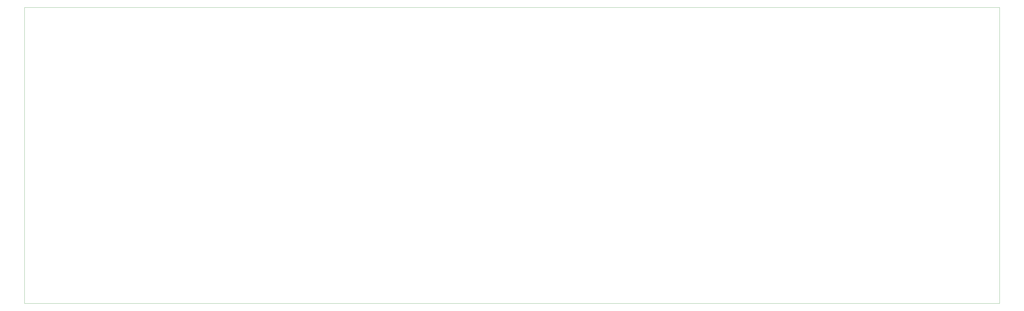
<source format=gbr>
%TF.GenerationSoftware,KiCad,Pcbnew,6.0.11+dfsg-1*%
%TF.CreationDate,2025-04-19T12:41:23+02:00*%
%TF.ProjectId,AkkordeonDiskant,416b6b6f-7264-4656-9f6e-4469736b616e,rev?*%
%TF.SameCoordinates,Original*%
%TF.FileFunction,Profile,NP*%
%FSLAX46Y46*%
G04 Gerber Fmt 4.6, Leading zero omitted, Abs format (unit mm)*
G04 Created by KiCad (PCBNEW 6.0.11+dfsg-1) date 2025-04-19 12:41:23*
%MOMM*%
%LPD*%
G01*
G04 APERTURE LIST*
%TA.AperFunction,Profile*%
%ADD10C,0.100000*%
%TD*%
G04 APERTURE END LIST*
D10*
X22000000Y-117000000D02*
X400000000Y-117000000D01*
X400000000Y-117000000D02*
X400000000Y-232000000D01*
X400000000Y-232000000D02*
X22000000Y-232000000D01*
X22000000Y-232000000D02*
X22000000Y-117000000D01*
M02*

</source>
